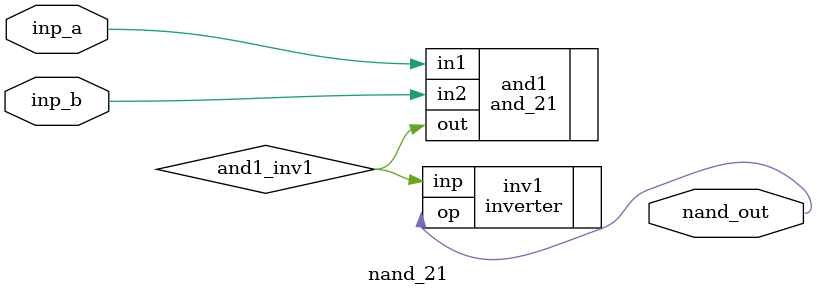
<source format=v>
`timescale 1ns / 1ps
module nand_21(inp_a, inp_b, nand_out);

//Inputs/outputs to the design
input inp_a, inp_b;
output nand_out;

//This wire will connect the and output with the inverter input
wire and1_inv1;

//Declare the 'and' instance.
// Name it and1.
// You can split it acros multiple lines to make it easier to read.

and_21 and1 (
	.in1(inp_a),
	.in2(inp_b),
	.out(and1_inv1)
	);
	
//Declare the 'inverter' instance
// Name it inv1
inverter inv1(
	.inp(and1_inv1),
	.op(nand_out)
);


endmodule

</source>
